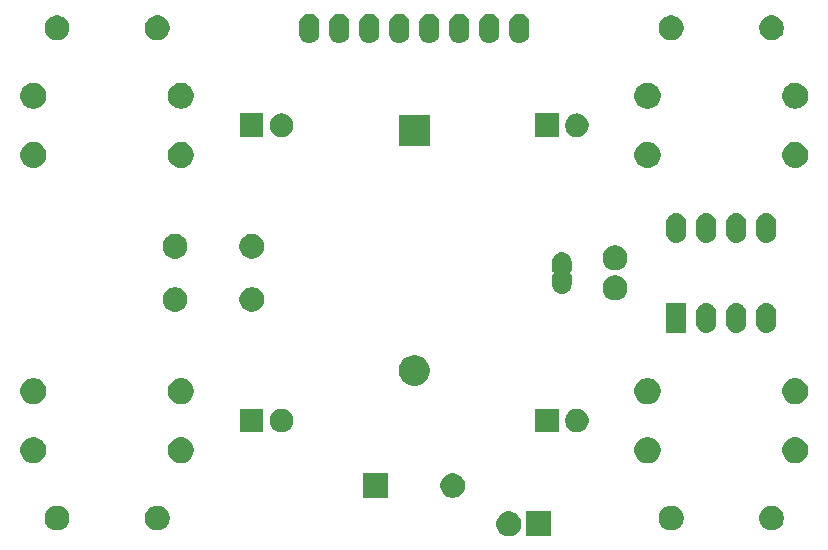
<source format=gbr>
G04 #@! TF.GenerationSoftware,KiCad,Pcbnew,(5.1.6)-1*
G04 #@! TF.CreationDate,2021-06-05T18:08:31+10:00*
G04 #@! TF.ProjectId,Simon,53696d6f-6e2e-46b6-9963-61645f706362,rev?*
G04 #@! TF.SameCoordinates,Original*
G04 #@! TF.FileFunction,Soldermask,Bot*
G04 #@! TF.FilePolarity,Negative*
%FSLAX46Y46*%
G04 Gerber Fmt 4.6, Leading zero omitted, Abs format (unit mm)*
G04 Created by KiCad (PCBNEW (5.1.6)-1) date 2021-06-05 18:08:31*
%MOMM*%
%LPD*%
G01*
G04 APERTURE LIST*
%ADD10C,0.100000*%
G04 APERTURE END LIST*
D10*
G36*
X11551000Y-22301000D02*
G01*
X9449000Y-22301000D01*
X9449000Y-20199000D01*
X11551000Y-20199000D01*
X11551000Y-22301000D01*
G37*
G36*
X8306564Y-20239389D02*
G01*
X8497833Y-20318615D01*
X8497835Y-20318616D01*
X8669973Y-20433635D01*
X8816365Y-20580027D01*
X8860772Y-20646486D01*
X8931385Y-20752167D01*
X9010611Y-20943436D01*
X9051000Y-21146484D01*
X9051000Y-21353516D01*
X9010611Y-21556564D01*
X8931385Y-21747833D01*
X8931384Y-21747835D01*
X8816365Y-21919973D01*
X8669973Y-22066365D01*
X8497835Y-22181384D01*
X8497834Y-22181385D01*
X8497833Y-22181385D01*
X8306564Y-22260611D01*
X8103516Y-22301000D01*
X7896484Y-22301000D01*
X7693436Y-22260611D01*
X7502167Y-22181385D01*
X7502166Y-22181385D01*
X7502165Y-22181384D01*
X7330027Y-22066365D01*
X7183635Y-21919973D01*
X7068616Y-21747835D01*
X7068615Y-21747833D01*
X6989389Y-21556564D01*
X6949000Y-21353516D01*
X6949000Y-21146484D01*
X6989389Y-20943436D01*
X7068615Y-20752167D01*
X7139229Y-20646486D01*
X7183635Y-20580027D01*
X7330027Y-20433635D01*
X7502165Y-20318616D01*
X7502167Y-20318615D01*
X7693436Y-20239389D01*
X7896484Y-20199000D01*
X8103516Y-20199000D01*
X8306564Y-20239389D01*
G37*
G36*
X30556564Y-19739389D02*
G01*
X30747833Y-19818615D01*
X30747835Y-19818616D01*
X30919973Y-19933635D01*
X31066365Y-20080027D01*
X31181385Y-20252167D01*
X31260611Y-20443436D01*
X31301000Y-20646484D01*
X31301000Y-20853516D01*
X31260611Y-21056564D01*
X31223365Y-21146484D01*
X31181384Y-21247835D01*
X31066365Y-21419973D01*
X30919973Y-21566365D01*
X30747835Y-21681384D01*
X30747834Y-21681385D01*
X30747833Y-21681385D01*
X30556564Y-21760611D01*
X30353516Y-21801000D01*
X30146484Y-21801000D01*
X29943436Y-21760611D01*
X29752167Y-21681385D01*
X29752166Y-21681385D01*
X29752165Y-21681384D01*
X29580027Y-21566365D01*
X29433635Y-21419973D01*
X29318616Y-21247835D01*
X29276635Y-21146484D01*
X29239389Y-21056564D01*
X29199000Y-20853516D01*
X29199000Y-20646484D01*
X29239389Y-20443436D01*
X29318615Y-20252167D01*
X29433635Y-20080027D01*
X29580027Y-19933635D01*
X29752165Y-19818616D01*
X29752167Y-19818615D01*
X29943436Y-19739389D01*
X30146484Y-19699000D01*
X30353516Y-19699000D01*
X30556564Y-19739389D01*
G37*
G36*
X22056564Y-19739389D02*
G01*
X22247833Y-19818615D01*
X22247835Y-19818616D01*
X22419973Y-19933635D01*
X22566365Y-20080027D01*
X22681385Y-20252167D01*
X22760611Y-20443436D01*
X22801000Y-20646484D01*
X22801000Y-20853516D01*
X22760611Y-21056564D01*
X22723365Y-21146484D01*
X22681384Y-21247835D01*
X22566365Y-21419973D01*
X22419973Y-21566365D01*
X22247835Y-21681384D01*
X22247834Y-21681385D01*
X22247833Y-21681385D01*
X22056564Y-21760611D01*
X21853516Y-21801000D01*
X21646484Y-21801000D01*
X21443436Y-21760611D01*
X21252167Y-21681385D01*
X21252166Y-21681385D01*
X21252165Y-21681384D01*
X21080027Y-21566365D01*
X20933635Y-21419973D01*
X20818616Y-21247835D01*
X20776635Y-21146484D01*
X20739389Y-21056564D01*
X20699000Y-20853516D01*
X20699000Y-20646484D01*
X20739389Y-20443436D01*
X20818615Y-20252167D01*
X20933635Y-20080027D01*
X21080027Y-19933635D01*
X21252165Y-19818616D01*
X21252167Y-19818615D01*
X21443436Y-19739389D01*
X21646484Y-19699000D01*
X21853516Y-19699000D01*
X22056564Y-19739389D01*
G37*
G36*
X-21443436Y-19739389D02*
G01*
X-21252167Y-19818615D01*
X-21252165Y-19818616D01*
X-21080027Y-19933635D01*
X-20933635Y-20080027D01*
X-20818615Y-20252167D01*
X-20739389Y-20443436D01*
X-20699000Y-20646484D01*
X-20699000Y-20853516D01*
X-20739389Y-21056564D01*
X-20776635Y-21146484D01*
X-20818616Y-21247835D01*
X-20933635Y-21419973D01*
X-21080027Y-21566365D01*
X-21252165Y-21681384D01*
X-21252166Y-21681385D01*
X-21252167Y-21681385D01*
X-21443436Y-21760611D01*
X-21646484Y-21801000D01*
X-21853516Y-21801000D01*
X-22056564Y-21760611D01*
X-22247833Y-21681385D01*
X-22247834Y-21681385D01*
X-22247835Y-21681384D01*
X-22419973Y-21566365D01*
X-22566365Y-21419973D01*
X-22681384Y-21247835D01*
X-22723365Y-21146484D01*
X-22760611Y-21056564D01*
X-22801000Y-20853516D01*
X-22801000Y-20646484D01*
X-22760611Y-20443436D01*
X-22681385Y-20252167D01*
X-22566365Y-20080027D01*
X-22419973Y-19933635D01*
X-22247835Y-19818616D01*
X-22247833Y-19818615D01*
X-22056564Y-19739389D01*
X-21853516Y-19699000D01*
X-21646484Y-19699000D01*
X-21443436Y-19739389D01*
G37*
G36*
X-29943436Y-19739389D02*
G01*
X-29752167Y-19818615D01*
X-29752165Y-19818616D01*
X-29580027Y-19933635D01*
X-29433635Y-20080027D01*
X-29318615Y-20252167D01*
X-29239389Y-20443436D01*
X-29199000Y-20646484D01*
X-29199000Y-20853516D01*
X-29239389Y-21056564D01*
X-29276635Y-21146484D01*
X-29318616Y-21247835D01*
X-29433635Y-21419973D01*
X-29580027Y-21566365D01*
X-29752165Y-21681384D01*
X-29752166Y-21681385D01*
X-29752167Y-21681385D01*
X-29943436Y-21760611D01*
X-30146484Y-21801000D01*
X-30353516Y-21801000D01*
X-30556564Y-21760611D01*
X-30747833Y-21681385D01*
X-30747834Y-21681385D01*
X-30747835Y-21681384D01*
X-30919973Y-21566365D01*
X-31066365Y-21419973D01*
X-31181384Y-21247835D01*
X-31223365Y-21146484D01*
X-31260611Y-21056564D01*
X-31301000Y-20853516D01*
X-31301000Y-20646484D01*
X-31260611Y-20443436D01*
X-31181385Y-20252167D01*
X-31066365Y-20080027D01*
X-30919973Y-19933635D01*
X-30747835Y-19818616D01*
X-30747833Y-19818615D01*
X-30556564Y-19739389D01*
X-30353516Y-19699000D01*
X-30146484Y-19699000D01*
X-29943436Y-19739389D01*
G37*
G36*
X3556564Y-16989389D02*
G01*
X3747833Y-17068615D01*
X3747835Y-17068616D01*
X3919973Y-17183635D01*
X4066365Y-17330027D01*
X4181385Y-17502167D01*
X4260611Y-17693436D01*
X4301000Y-17896484D01*
X4301000Y-18103516D01*
X4260611Y-18306564D01*
X4181385Y-18497833D01*
X4181384Y-18497835D01*
X4066365Y-18669973D01*
X3919973Y-18816365D01*
X3747835Y-18931384D01*
X3747834Y-18931385D01*
X3747833Y-18931385D01*
X3556564Y-19010611D01*
X3353516Y-19051000D01*
X3146484Y-19051000D01*
X2943436Y-19010611D01*
X2752167Y-18931385D01*
X2752166Y-18931385D01*
X2752165Y-18931384D01*
X2580027Y-18816365D01*
X2433635Y-18669973D01*
X2318616Y-18497835D01*
X2318615Y-18497833D01*
X2239389Y-18306564D01*
X2199000Y-18103516D01*
X2199000Y-17896484D01*
X2239389Y-17693436D01*
X2318615Y-17502167D01*
X2433635Y-17330027D01*
X2580027Y-17183635D01*
X2752165Y-17068616D01*
X2752167Y-17068615D01*
X2943436Y-16989389D01*
X3146484Y-16949000D01*
X3353516Y-16949000D01*
X3556564Y-16989389D01*
G37*
G36*
X-2199000Y-19051000D02*
G01*
X-4301000Y-19051000D01*
X-4301000Y-16949000D01*
X-2199000Y-16949000D01*
X-2199000Y-19051000D01*
G37*
G36*
X19964794Y-13920155D02*
G01*
X20071150Y-13941311D01*
X20171334Y-13982809D01*
X20271520Y-14024307D01*
X20451844Y-14144795D01*
X20605205Y-14298156D01*
X20725693Y-14478480D01*
X20808689Y-14678851D01*
X20851000Y-14891560D01*
X20851000Y-15108440D01*
X20808689Y-15321149D01*
X20725693Y-15521520D01*
X20605205Y-15701844D01*
X20451844Y-15855205D01*
X20271520Y-15975693D01*
X20071150Y-16058689D01*
X19964794Y-16079845D01*
X19858440Y-16101000D01*
X19641560Y-16101000D01*
X19535206Y-16079845D01*
X19428850Y-16058689D01*
X19228480Y-15975693D01*
X19048156Y-15855205D01*
X18894795Y-15701844D01*
X18774307Y-15521520D01*
X18691311Y-15321149D01*
X18649000Y-15108440D01*
X18649000Y-14891560D01*
X18691311Y-14678851D01*
X18774307Y-14478480D01*
X18894795Y-14298156D01*
X19048156Y-14144795D01*
X19228480Y-14024307D01*
X19328666Y-13982809D01*
X19428850Y-13941311D01*
X19535206Y-13920155D01*
X19641560Y-13899000D01*
X19858440Y-13899000D01*
X19964794Y-13920155D01*
G37*
G36*
X-19535206Y-13920155D02*
G01*
X-19428850Y-13941311D01*
X-19328666Y-13982809D01*
X-19228480Y-14024307D01*
X-19048156Y-14144795D01*
X-18894795Y-14298156D01*
X-18774307Y-14478480D01*
X-18691311Y-14678851D01*
X-18649000Y-14891560D01*
X-18649000Y-15108440D01*
X-18691311Y-15321149D01*
X-18774307Y-15521520D01*
X-18894795Y-15701844D01*
X-19048156Y-15855205D01*
X-19228480Y-15975693D01*
X-19428850Y-16058689D01*
X-19535206Y-16079845D01*
X-19641560Y-16101000D01*
X-19858440Y-16101000D01*
X-19964794Y-16079845D01*
X-20071150Y-16058689D01*
X-20271520Y-15975693D01*
X-20451844Y-15855205D01*
X-20605205Y-15701844D01*
X-20725693Y-15521520D01*
X-20808689Y-15321149D01*
X-20851000Y-15108440D01*
X-20851000Y-14891560D01*
X-20808689Y-14678851D01*
X-20725693Y-14478480D01*
X-20605205Y-14298156D01*
X-20451844Y-14144795D01*
X-20271520Y-14024307D01*
X-20171334Y-13982809D01*
X-20071150Y-13941311D01*
X-19964794Y-13920155D01*
X-19858440Y-13899000D01*
X-19641560Y-13899000D01*
X-19535206Y-13920155D01*
G37*
G36*
X-32035206Y-13920155D02*
G01*
X-31928850Y-13941311D01*
X-31828666Y-13982809D01*
X-31728480Y-14024307D01*
X-31548156Y-14144795D01*
X-31394795Y-14298156D01*
X-31274307Y-14478480D01*
X-31191311Y-14678851D01*
X-31149000Y-14891560D01*
X-31149000Y-15108440D01*
X-31191311Y-15321149D01*
X-31274307Y-15521520D01*
X-31394795Y-15701844D01*
X-31548156Y-15855205D01*
X-31728480Y-15975693D01*
X-31928850Y-16058689D01*
X-32035206Y-16079845D01*
X-32141560Y-16101000D01*
X-32358440Y-16101000D01*
X-32464794Y-16079845D01*
X-32571150Y-16058689D01*
X-32671334Y-16017191D01*
X-32771520Y-15975693D01*
X-32951844Y-15855205D01*
X-33105205Y-15701844D01*
X-33225693Y-15521520D01*
X-33308689Y-15321149D01*
X-33351000Y-15108440D01*
X-33351000Y-14891560D01*
X-33308689Y-14678851D01*
X-33225693Y-14478480D01*
X-33105205Y-14298156D01*
X-32951844Y-14144795D01*
X-32771520Y-14024307D01*
X-32671334Y-13982809D01*
X-32571150Y-13941311D01*
X-32464794Y-13920155D01*
X-32358440Y-13899000D01*
X-32141560Y-13899000D01*
X-32035206Y-13920155D01*
G37*
G36*
X32464794Y-13920155D02*
G01*
X32571150Y-13941311D01*
X32671334Y-13982809D01*
X32771520Y-14024307D01*
X32951844Y-14144795D01*
X33105205Y-14298156D01*
X33225693Y-14478480D01*
X33308689Y-14678851D01*
X33351000Y-14891560D01*
X33351000Y-15108440D01*
X33308689Y-15321149D01*
X33225693Y-15521520D01*
X33105205Y-15701844D01*
X32951844Y-15855205D01*
X32771520Y-15975693D01*
X32671334Y-16017191D01*
X32571150Y-16058689D01*
X32464794Y-16079845D01*
X32358440Y-16101000D01*
X32141560Y-16101000D01*
X32035206Y-16079845D01*
X31928850Y-16058689D01*
X31728480Y-15975693D01*
X31548156Y-15855205D01*
X31394795Y-15701844D01*
X31274307Y-15521520D01*
X31191311Y-15321149D01*
X31149000Y-15108440D01*
X31149000Y-14891560D01*
X31191311Y-14678851D01*
X31274307Y-14478480D01*
X31394795Y-14298156D01*
X31548156Y-14144795D01*
X31728480Y-14024307D01*
X31828666Y-13982809D01*
X31928850Y-13941311D01*
X32035206Y-13920155D01*
X32141560Y-13899000D01*
X32358440Y-13899000D01*
X32464794Y-13920155D01*
G37*
G36*
X12231000Y-13501000D02*
G01*
X10229000Y-13501000D01*
X10229000Y-11499000D01*
X12231000Y-11499000D01*
X12231000Y-13501000D01*
G37*
G36*
X13965285Y-11518234D02*
G01*
X14061981Y-11537468D01*
X14244151Y-11612926D01*
X14408100Y-11722473D01*
X14547527Y-11861900D01*
X14657074Y-12025849D01*
X14732532Y-12208019D01*
X14771000Y-12401410D01*
X14771000Y-12598590D01*
X14732532Y-12791981D01*
X14657074Y-12974151D01*
X14547527Y-13138100D01*
X14408100Y-13277527D01*
X14244151Y-13387074D01*
X14061981Y-13462532D01*
X13965285Y-13481766D01*
X13868591Y-13501000D01*
X13671409Y-13501000D01*
X13574715Y-13481766D01*
X13478019Y-13462532D01*
X13295849Y-13387074D01*
X13131900Y-13277527D01*
X12992473Y-13138100D01*
X12882926Y-12974151D01*
X12807468Y-12791981D01*
X12769000Y-12598590D01*
X12769000Y-12401410D01*
X12807468Y-12208019D01*
X12882926Y-12025849D01*
X12992473Y-11861900D01*
X13131900Y-11722473D01*
X13295849Y-11612926D01*
X13478019Y-11537468D01*
X13671409Y-11499000D01*
X13868591Y-11499000D01*
X13965285Y-11518234D01*
G37*
G36*
X-10938019Y-11537468D02*
G01*
X-10755849Y-11612926D01*
X-10591900Y-11722473D01*
X-10452473Y-11861900D01*
X-10342926Y-12025849D01*
X-10267468Y-12208019D01*
X-10229000Y-12401410D01*
X-10229000Y-12598590D01*
X-10267468Y-12791981D01*
X-10342926Y-12974151D01*
X-10452473Y-13138100D01*
X-10591900Y-13277527D01*
X-10755849Y-13387074D01*
X-10938019Y-13462532D01*
X-11034715Y-13481766D01*
X-11131409Y-13501000D01*
X-11328591Y-13501000D01*
X-11425285Y-13481766D01*
X-11521981Y-13462532D01*
X-11704151Y-13387074D01*
X-11868100Y-13277527D01*
X-12007527Y-13138100D01*
X-12117074Y-12974151D01*
X-12192532Y-12791981D01*
X-12231000Y-12598590D01*
X-12231000Y-12401410D01*
X-12192532Y-12208019D01*
X-12117074Y-12025849D01*
X-12007527Y-11861900D01*
X-11868100Y-11722473D01*
X-11704151Y-11612926D01*
X-11521981Y-11537468D01*
X-11425285Y-11518234D01*
X-11328591Y-11499000D01*
X-11131409Y-11499000D01*
X-10938019Y-11537468D01*
G37*
G36*
X-12769000Y-13501000D02*
G01*
X-14771000Y-13501000D01*
X-14771000Y-11499000D01*
X-12769000Y-11499000D01*
X-12769000Y-13501000D01*
G37*
G36*
X32464795Y-8920156D02*
G01*
X32571150Y-8941311D01*
X32671334Y-8982809D01*
X32771520Y-9024307D01*
X32951844Y-9144795D01*
X33105205Y-9298156D01*
X33225693Y-9478480D01*
X33308689Y-9678851D01*
X33351000Y-9891560D01*
X33351000Y-10108440D01*
X33308689Y-10321149D01*
X33225693Y-10521520D01*
X33105205Y-10701844D01*
X32951844Y-10855205D01*
X32771520Y-10975693D01*
X32671334Y-11017191D01*
X32571150Y-11058689D01*
X32464795Y-11079844D01*
X32358440Y-11101000D01*
X32141560Y-11101000D01*
X32035205Y-11079844D01*
X31928850Y-11058689D01*
X31728480Y-10975693D01*
X31548156Y-10855205D01*
X31394795Y-10701844D01*
X31274307Y-10521520D01*
X31191311Y-10321149D01*
X31149000Y-10108440D01*
X31149000Y-9891560D01*
X31191311Y-9678851D01*
X31274307Y-9478480D01*
X31394795Y-9298156D01*
X31548156Y-9144795D01*
X31728480Y-9024307D01*
X31828666Y-8982809D01*
X31928850Y-8941311D01*
X32035205Y-8920156D01*
X32141560Y-8899000D01*
X32358440Y-8899000D01*
X32464795Y-8920156D01*
G37*
G36*
X19964795Y-8920156D02*
G01*
X20071150Y-8941311D01*
X20171334Y-8982809D01*
X20271520Y-9024307D01*
X20451844Y-9144795D01*
X20605205Y-9298156D01*
X20725693Y-9478480D01*
X20808689Y-9678851D01*
X20851000Y-9891560D01*
X20851000Y-10108440D01*
X20808689Y-10321149D01*
X20725693Y-10521520D01*
X20605205Y-10701844D01*
X20451844Y-10855205D01*
X20271520Y-10975693D01*
X20171334Y-11017191D01*
X20071150Y-11058689D01*
X19964795Y-11079844D01*
X19858440Y-11101000D01*
X19641560Y-11101000D01*
X19535205Y-11079844D01*
X19428850Y-11058689D01*
X19228480Y-10975693D01*
X19048156Y-10855205D01*
X18894795Y-10701844D01*
X18774307Y-10521520D01*
X18691311Y-10321149D01*
X18649000Y-10108440D01*
X18649000Y-9891560D01*
X18691311Y-9678851D01*
X18774307Y-9478480D01*
X18894795Y-9298156D01*
X19048156Y-9144795D01*
X19228480Y-9024307D01*
X19328666Y-8982809D01*
X19428850Y-8941311D01*
X19535205Y-8920156D01*
X19641560Y-8899000D01*
X19858440Y-8899000D01*
X19964795Y-8920156D01*
G37*
G36*
X-32035205Y-8920156D02*
G01*
X-31928850Y-8941311D01*
X-31828666Y-8982809D01*
X-31728480Y-9024307D01*
X-31548156Y-9144795D01*
X-31394795Y-9298156D01*
X-31274307Y-9478480D01*
X-31191311Y-9678851D01*
X-31149000Y-9891560D01*
X-31149000Y-10108440D01*
X-31191311Y-10321149D01*
X-31274307Y-10521520D01*
X-31394795Y-10701844D01*
X-31548156Y-10855205D01*
X-31728480Y-10975693D01*
X-31928850Y-11058689D01*
X-32035205Y-11079844D01*
X-32141560Y-11101000D01*
X-32358440Y-11101000D01*
X-32464795Y-11079844D01*
X-32571150Y-11058689D01*
X-32671334Y-11017191D01*
X-32771520Y-10975693D01*
X-32951844Y-10855205D01*
X-33105205Y-10701844D01*
X-33225693Y-10521520D01*
X-33308689Y-10321149D01*
X-33351000Y-10108440D01*
X-33351000Y-9891560D01*
X-33308689Y-9678851D01*
X-33225693Y-9478480D01*
X-33105205Y-9298156D01*
X-32951844Y-9144795D01*
X-32771520Y-9024307D01*
X-32671334Y-8982809D01*
X-32571150Y-8941311D01*
X-32464795Y-8920156D01*
X-32358440Y-8899000D01*
X-32141560Y-8899000D01*
X-32035205Y-8920156D01*
G37*
G36*
X-19535205Y-8920156D02*
G01*
X-19428850Y-8941311D01*
X-19328666Y-8982809D01*
X-19228480Y-9024307D01*
X-19048156Y-9144795D01*
X-18894795Y-9298156D01*
X-18774307Y-9478480D01*
X-18691311Y-9678851D01*
X-18649000Y-9891560D01*
X-18649000Y-10108440D01*
X-18691311Y-10321149D01*
X-18774307Y-10521520D01*
X-18894795Y-10701844D01*
X-19048156Y-10855205D01*
X-19228480Y-10975693D01*
X-19428850Y-11058689D01*
X-19535205Y-11079844D01*
X-19641560Y-11101000D01*
X-19858440Y-11101000D01*
X-19964795Y-11079844D01*
X-20071150Y-11058689D01*
X-20171334Y-11017191D01*
X-20271520Y-10975693D01*
X-20451844Y-10855205D01*
X-20605205Y-10701844D01*
X-20725693Y-10521520D01*
X-20808689Y-10321149D01*
X-20851000Y-10108440D01*
X-20851000Y-9891560D01*
X-20808689Y-9678851D01*
X-20725693Y-9478480D01*
X-20605205Y-9298156D01*
X-20451844Y-9144795D01*
X-20271520Y-9024307D01*
X-20171334Y-8982809D01*
X-20071150Y-8941311D01*
X-19964795Y-8920156D01*
X-19858440Y-8899000D01*
X-19641560Y-8899000D01*
X-19535205Y-8920156D01*
G37*
G36*
X379487Y-7003996D02*
G01*
X616253Y-7102068D01*
X616255Y-7102069D01*
X829339Y-7244447D01*
X1010553Y-7425661D01*
X1152932Y-7638747D01*
X1251004Y-7875513D01*
X1301000Y-8126861D01*
X1301000Y-8383139D01*
X1251004Y-8634487D01*
X1152932Y-8871253D01*
X1152931Y-8871255D01*
X1010553Y-9084339D01*
X829339Y-9265553D01*
X616255Y-9407931D01*
X616254Y-9407932D01*
X616253Y-9407932D01*
X379487Y-9506004D01*
X128139Y-9556000D01*
X-128139Y-9556000D01*
X-379487Y-9506004D01*
X-616253Y-9407932D01*
X-616254Y-9407932D01*
X-616255Y-9407931D01*
X-829339Y-9265553D01*
X-1010553Y-9084339D01*
X-1152931Y-8871255D01*
X-1152932Y-8871253D01*
X-1251004Y-8634487D01*
X-1301000Y-8383139D01*
X-1301000Y-8126861D01*
X-1251004Y-7875513D01*
X-1152932Y-7638747D01*
X-1010553Y-7425661D01*
X-829339Y-7244447D01*
X-616255Y-7102069D01*
X-616253Y-7102068D01*
X-379487Y-7003996D01*
X-128139Y-6954000D01*
X128139Y-6954000D01*
X379487Y-7003996D01*
G37*
G36*
X29976822Y-2571313D02*
G01*
X30137241Y-2619976D01*
X30285077Y-2698995D01*
X30344588Y-2747835D01*
X30414659Y-2805341D01*
X30521004Y-2934922D01*
X30521005Y-2934924D01*
X30600024Y-3082758D01*
X30648687Y-3243177D01*
X30661000Y-3368196D01*
X30661000Y-4251803D01*
X30648687Y-4376822D01*
X30600024Y-4537242D01*
X30529114Y-4669906D01*
X30521004Y-4685078D01*
X30414659Y-4814659D01*
X30285078Y-4921004D01*
X30285076Y-4921005D01*
X30137242Y-5000024D01*
X29976823Y-5048687D01*
X29810000Y-5065117D01*
X29643178Y-5048687D01*
X29482759Y-5000024D01*
X29334925Y-4921005D01*
X29334923Y-4921004D01*
X29205342Y-4814659D01*
X29098997Y-4685078D01*
X29090887Y-4669906D01*
X29019977Y-4537242D01*
X28971314Y-4376823D01*
X28959000Y-4251803D01*
X28959000Y-3368197D01*
X28971313Y-3243178D01*
X29019976Y-3082759D01*
X29098995Y-2934923D01*
X29205341Y-2805341D01*
X29275412Y-2747835D01*
X29334922Y-2698996D01*
X29350094Y-2690886D01*
X29482758Y-2619976D01*
X29643177Y-2571313D01*
X29810000Y-2554883D01*
X29976822Y-2571313D01*
G37*
G36*
X27436822Y-2571313D02*
G01*
X27597241Y-2619976D01*
X27745077Y-2698995D01*
X27804588Y-2747835D01*
X27874659Y-2805341D01*
X27981004Y-2934922D01*
X27981005Y-2934924D01*
X28060024Y-3082758D01*
X28108687Y-3243177D01*
X28121000Y-3368196D01*
X28121000Y-4251803D01*
X28108687Y-4376822D01*
X28060024Y-4537242D01*
X27989114Y-4669906D01*
X27981004Y-4685078D01*
X27874659Y-4814659D01*
X27745078Y-4921004D01*
X27745076Y-4921005D01*
X27597242Y-5000024D01*
X27436823Y-5048687D01*
X27270000Y-5065117D01*
X27103178Y-5048687D01*
X26942759Y-5000024D01*
X26794925Y-4921005D01*
X26794923Y-4921004D01*
X26665342Y-4814659D01*
X26558997Y-4685078D01*
X26550887Y-4669906D01*
X26479977Y-4537242D01*
X26431314Y-4376823D01*
X26419000Y-4251803D01*
X26419000Y-3368197D01*
X26431313Y-3243178D01*
X26479976Y-3082759D01*
X26558995Y-2934923D01*
X26665341Y-2805341D01*
X26735412Y-2747835D01*
X26794922Y-2698996D01*
X26810094Y-2690886D01*
X26942758Y-2619976D01*
X27103177Y-2571313D01*
X27270000Y-2554883D01*
X27436822Y-2571313D01*
G37*
G36*
X24896822Y-2571313D02*
G01*
X25057241Y-2619976D01*
X25205077Y-2698995D01*
X25264588Y-2747835D01*
X25334659Y-2805341D01*
X25441004Y-2934922D01*
X25441005Y-2934924D01*
X25520024Y-3082758D01*
X25568687Y-3243177D01*
X25581000Y-3368196D01*
X25581000Y-4251803D01*
X25568687Y-4376822D01*
X25520024Y-4537242D01*
X25449114Y-4669906D01*
X25441004Y-4685078D01*
X25334659Y-4814659D01*
X25205078Y-4921004D01*
X25205076Y-4921005D01*
X25057242Y-5000024D01*
X24896823Y-5048687D01*
X24730000Y-5065117D01*
X24563178Y-5048687D01*
X24402759Y-5000024D01*
X24254925Y-4921005D01*
X24254923Y-4921004D01*
X24125342Y-4814659D01*
X24018997Y-4685078D01*
X24010887Y-4669906D01*
X23939977Y-4537242D01*
X23891314Y-4376823D01*
X23879000Y-4251803D01*
X23879000Y-3368197D01*
X23891313Y-3243178D01*
X23939976Y-3082759D01*
X24018995Y-2934923D01*
X24125341Y-2805341D01*
X24195412Y-2747835D01*
X24254922Y-2698996D01*
X24270094Y-2690886D01*
X24402758Y-2619976D01*
X24563177Y-2571313D01*
X24730000Y-2554883D01*
X24896822Y-2571313D01*
G37*
G36*
X23041000Y-5061000D02*
G01*
X21339000Y-5061000D01*
X21339000Y-2559000D01*
X23041000Y-2559000D01*
X23041000Y-5061000D01*
G37*
G36*
X-19943436Y-1239389D02*
G01*
X-19752167Y-1318615D01*
X-19752165Y-1318616D01*
X-19580027Y-1433635D01*
X-19433635Y-1580027D01*
X-19342970Y-1715716D01*
X-19318615Y-1752167D01*
X-19239389Y-1943436D01*
X-19199000Y-2146484D01*
X-19199000Y-2353516D01*
X-19239389Y-2556564D01*
X-19245499Y-2571314D01*
X-19318616Y-2747835D01*
X-19433635Y-2919973D01*
X-19580027Y-3066365D01*
X-19752165Y-3181384D01*
X-19752166Y-3181385D01*
X-19752167Y-3181385D01*
X-19943436Y-3260611D01*
X-20146484Y-3301000D01*
X-20353516Y-3301000D01*
X-20556564Y-3260611D01*
X-20747833Y-3181385D01*
X-20747834Y-3181385D01*
X-20747835Y-3181384D01*
X-20919973Y-3066365D01*
X-21066365Y-2919973D01*
X-21181384Y-2747835D01*
X-21254501Y-2571314D01*
X-21260611Y-2556564D01*
X-21301000Y-2353516D01*
X-21301000Y-2146484D01*
X-21260611Y-1943436D01*
X-21181385Y-1752167D01*
X-21157029Y-1715716D01*
X-21066365Y-1580027D01*
X-20919973Y-1433635D01*
X-20747835Y-1318616D01*
X-20747833Y-1318615D01*
X-20556564Y-1239389D01*
X-20353516Y-1199000D01*
X-20146484Y-1199000D01*
X-19943436Y-1239389D01*
G37*
G36*
X-13443436Y-1239389D02*
G01*
X-13252167Y-1318615D01*
X-13252165Y-1318616D01*
X-13080027Y-1433635D01*
X-12933635Y-1580027D01*
X-12842970Y-1715716D01*
X-12818615Y-1752167D01*
X-12739389Y-1943436D01*
X-12699000Y-2146484D01*
X-12699000Y-2353516D01*
X-12739389Y-2556564D01*
X-12745499Y-2571314D01*
X-12818616Y-2747835D01*
X-12933635Y-2919973D01*
X-13080027Y-3066365D01*
X-13252165Y-3181384D01*
X-13252166Y-3181385D01*
X-13252167Y-3181385D01*
X-13443436Y-3260611D01*
X-13646484Y-3301000D01*
X-13853516Y-3301000D01*
X-14056564Y-3260611D01*
X-14247833Y-3181385D01*
X-14247834Y-3181385D01*
X-14247835Y-3181384D01*
X-14419973Y-3066365D01*
X-14566365Y-2919973D01*
X-14681384Y-2747835D01*
X-14754501Y-2571314D01*
X-14760611Y-2556564D01*
X-14801000Y-2353516D01*
X-14801000Y-2146484D01*
X-14760611Y-1943436D01*
X-14681385Y-1752167D01*
X-14657029Y-1715716D01*
X-14566365Y-1580027D01*
X-14419973Y-1433635D01*
X-14247835Y-1318616D01*
X-14247833Y-1318615D01*
X-14056564Y-1239389D01*
X-13853516Y-1199000D01*
X-13646484Y-1199000D01*
X-13443436Y-1239389D01*
G37*
G36*
X17306564Y-259389D02*
G01*
X17497833Y-338615D01*
X17497835Y-338616D01*
X17669973Y-453635D01*
X17816365Y-600027D01*
X17931385Y-772167D01*
X18010611Y-963436D01*
X18051000Y-1166484D01*
X18051000Y-1373516D01*
X18010611Y-1576564D01*
X17934659Y-1759928D01*
X17931384Y-1767835D01*
X17816365Y-1939973D01*
X17669973Y-2086365D01*
X17497835Y-2201384D01*
X17497834Y-2201385D01*
X17497833Y-2201385D01*
X17306564Y-2280611D01*
X17103516Y-2321000D01*
X16896484Y-2321000D01*
X16693436Y-2280611D01*
X16502167Y-2201385D01*
X16502166Y-2201385D01*
X16502165Y-2201384D01*
X16330027Y-2086365D01*
X16183635Y-1939973D01*
X16068616Y-1767835D01*
X16065341Y-1759928D01*
X15989389Y-1576564D01*
X15949000Y-1373516D01*
X15949000Y-1166484D01*
X15989389Y-963436D01*
X16068615Y-772167D01*
X16183635Y-600027D01*
X16330027Y-453635D01*
X16502165Y-338616D01*
X16502167Y-338615D01*
X16693436Y-259389D01*
X16896484Y-219000D01*
X17103516Y-219000D01*
X17306564Y-259389D01*
G37*
G36*
X12504790Y1756239D02*
G01*
X12644850Y1743492D01*
X12655694Y1741868D01*
X12665170Y1739577D01*
X12800557Y1699731D01*
X12810320Y1696215D01*
X12819266Y1692080D01*
X12943925Y1626910D01*
X12953311Y1621291D01*
X12961216Y1615548D01*
X13062025Y1534495D01*
X13067140Y1529606D01*
X13072518Y1525282D01*
X13072244Y1524941D01*
X13072436Y1524795D01*
X13072707Y1525129D01*
X13072972Y1524914D01*
X13077044Y1521231D01*
X13077829Y1520441D01*
X13079666Y1519305D01*
X13085590Y1512908D01*
X13176205Y1404915D01*
X13182515Y1396423D01*
X13187653Y1388072D01*
X13255617Y1264446D01*
X13260103Y1254996D01*
X13263531Y1245780D01*
X13306195Y1111285D01*
X13308752Y1101179D01*
X13310324Y1091466D01*
X13326060Y951179D01*
X13326798Y937952D01*
X13326850Y930537D01*
X13326852Y929769D01*
X13326852Y183069D01*
X13326443Y174744D01*
X13325522Y170113D01*
X13325521Y170103D01*
X13323995Y162435D01*
X13323078Y157824D01*
X13317352Y144002D01*
X13309043Y131565D01*
X13307304Y129826D01*
X13307295Y129815D01*
X13300185Y122705D01*
X13300174Y122696D01*
X13298435Y120957D01*
X13285998Y112647D01*
X13268702Y105483D01*
X13247092Y93932D01*
X13228150Y78386D01*
X13212605Y59444D01*
X13201054Y37833D01*
X13193941Y14384D01*
X13191540Y-10002D01*
X13193942Y-34388D01*
X13201056Y-57837D01*
X13212607Y-79447D01*
X13228153Y-98389D01*
X13247095Y-113934D01*
X13268702Y-125483D01*
X13285998Y-132647D01*
X13298435Y-140957D01*
X13300174Y-142696D01*
X13300185Y-142705D01*
X13307295Y-149815D01*
X13307304Y-149826D01*
X13309043Y-151565D01*
X13317352Y-164002D01*
X13323078Y-177824D01*
X13323559Y-180244D01*
X13325521Y-190103D01*
X13325522Y-190113D01*
X13326443Y-194744D01*
X13326852Y-203069D01*
X13326852Y-946946D01*
X13326187Y-960552D01*
X13312437Y-1100778D01*
X13310778Y-1111294D01*
X13308402Y-1120823D01*
X13267636Y-1255850D01*
X13264026Y-1265668D01*
X13259830Y-1274585D01*
X13193602Y-1399141D01*
X13188152Y-1408069D01*
X13182325Y-1415971D01*
X13093063Y-1525418D01*
X13086094Y-1532990D01*
X13078806Y-1539644D01*
X12970113Y-1629563D01*
X12961666Y-1635745D01*
X12953262Y-1640833D01*
X12829222Y-1707902D01*
X12819686Y-1712352D01*
X12810444Y-1715716D01*
X12675715Y-1757421D01*
X12665515Y-1759928D01*
X12655801Y-1761432D01*
X12515847Y-1776142D01*
X12504989Y-1776648D01*
X12495210Y-1776239D01*
X12355150Y-1763492D01*
X12344306Y-1761868D01*
X12334830Y-1759577D01*
X12199443Y-1719731D01*
X12189680Y-1716215D01*
X12180734Y-1712080D01*
X12056075Y-1646910D01*
X12046689Y-1641291D01*
X12038784Y-1635548D01*
X11937975Y-1554495D01*
X11932860Y-1549606D01*
X11927482Y-1545282D01*
X11927756Y-1544941D01*
X11927564Y-1544795D01*
X11927293Y-1545129D01*
X11927028Y-1544914D01*
X11922956Y-1541231D01*
X11922171Y-1540441D01*
X11920334Y-1539305D01*
X11914410Y-1532908D01*
X11823795Y-1424915D01*
X11817485Y-1416423D01*
X11812347Y-1408072D01*
X11744383Y-1284446D01*
X11739897Y-1274996D01*
X11736469Y-1265780D01*
X11693805Y-1131285D01*
X11691248Y-1121179D01*
X11689676Y-1111466D01*
X11673940Y-971179D01*
X11673202Y-957952D01*
X11673150Y-950537D01*
X11673149Y-950175D01*
X11673149Y-950000D01*
X11673148Y-949769D01*
X11673148Y-203069D01*
X11673557Y-194744D01*
X11674478Y-190113D01*
X11674479Y-190103D01*
X11676441Y-180244D01*
X11676922Y-177824D01*
X11682648Y-164002D01*
X11690957Y-151565D01*
X11692696Y-149826D01*
X11692705Y-149815D01*
X11699815Y-142705D01*
X11699826Y-142696D01*
X11701565Y-140957D01*
X11714002Y-132647D01*
X11731298Y-125483D01*
X11752908Y-113932D01*
X11771850Y-98386D01*
X11787395Y-79444D01*
X11798946Y-57833D01*
X11806059Y-34384D01*
X11808460Y-9998D01*
X11806058Y14388D01*
X11798944Y37837D01*
X11787393Y59447D01*
X11771847Y78389D01*
X11752905Y93934D01*
X11731298Y105483D01*
X11714002Y112647D01*
X11701565Y120957D01*
X11699826Y122696D01*
X11699815Y122705D01*
X11692705Y129815D01*
X11692696Y129826D01*
X11690957Y131565D01*
X11682648Y144002D01*
X11676922Y157824D01*
X11676005Y162435D01*
X11674479Y170103D01*
X11674478Y170113D01*
X11673557Y174744D01*
X11673148Y183069D01*
X11673148Y926946D01*
X11673813Y940552D01*
X11687563Y1080778D01*
X11689222Y1091294D01*
X11691598Y1100823D01*
X11732364Y1235850D01*
X11735974Y1245668D01*
X11740170Y1254585D01*
X11806398Y1379141D01*
X11811848Y1388069D01*
X11817675Y1395971D01*
X11906937Y1505418D01*
X11913906Y1512990D01*
X11921194Y1519644D01*
X12029887Y1609563D01*
X12038334Y1615745D01*
X12046738Y1620833D01*
X12170778Y1687902D01*
X12180314Y1692352D01*
X12189556Y1695716D01*
X12324285Y1737421D01*
X12334485Y1739928D01*
X12344199Y1741432D01*
X12484153Y1756142D01*
X12495011Y1756648D01*
X12504790Y1756239D01*
G37*
G36*
X17306564Y2280611D02*
G01*
X17497833Y2201385D01*
X17497835Y2201384D01*
X17669973Y2086365D01*
X17816365Y1939973D01*
X17931385Y1767833D01*
X18010611Y1576564D01*
X18051000Y1373516D01*
X18051000Y1166484D01*
X18010611Y963436D01*
X17995496Y926946D01*
X17931384Y772165D01*
X17816365Y600027D01*
X17669973Y453635D01*
X17497835Y338616D01*
X17497834Y338615D01*
X17497833Y338615D01*
X17306564Y259389D01*
X17103516Y219000D01*
X16896484Y219000D01*
X16693436Y259389D01*
X16502167Y338615D01*
X16502166Y338615D01*
X16502165Y338616D01*
X16330027Y453635D01*
X16183635Y600027D01*
X16068616Y772165D01*
X16004504Y926946D01*
X15989389Y963436D01*
X15949000Y1166484D01*
X15949000Y1373516D01*
X15989389Y1576564D01*
X16068615Y1767833D01*
X16183635Y1939973D01*
X16330027Y2086365D01*
X16502165Y2201384D01*
X16502167Y2201385D01*
X16693436Y2280611D01*
X16896484Y2321000D01*
X17103516Y2321000D01*
X17306564Y2280611D01*
G37*
G36*
X-13443436Y3260611D02*
G01*
X-13252167Y3181385D01*
X-13252165Y3181384D01*
X-13080027Y3066365D01*
X-12933635Y2919973D01*
X-12857040Y2805341D01*
X-12818615Y2747833D01*
X-12739389Y2556564D01*
X-12699000Y2353516D01*
X-12699000Y2146484D01*
X-12739389Y1943436D01*
X-12817106Y1755811D01*
X-12818616Y1752165D01*
X-12933635Y1580027D01*
X-13080027Y1433635D01*
X-13252165Y1318616D01*
X-13252166Y1318615D01*
X-13252167Y1318615D01*
X-13443436Y1239389D01*
X-13646484Y1199000D01*
X-13853516Y1199000D01*
X-14056564Y1239389D01*
X-14247833Y1318615D01*
X-14247834Y1318615D01*
X-14247835Y1318616D01*
X-14419973Y1433635D01*
X-14566365Y1580027D01*
X-14681384Y1752165D01*
X-14682894Y1755811D01*
X-14760611Y1943436D01*
X-14801000Y2146484D01*
X-14801000Y2353516D01*
X-14760611Y2556564D01*
X-14681385Y2747833D01*
X-14642959Y2805341D01*
X-14566365Y2919973D01*
X-14419973Y3066365D01*
X-14247835Y3181384D01*
X-14247833Y3181385D01*
X-14056564Y3260611D01*
X-13853516Y3301000D01*
X-13646484Y3301000D01*
X-13443436Y3260611D01*
G37*
G36*
X-19943436Y3260611D02*
G01*
X-19752167Y3181385D01*
X-19752165Y3181384D01*
X-19580027Y3066365D01*
X-19433635Y2919973D01*
X-19357040Y2805341D01*
X-19318615Y2747833D01*
X-19239389Y2556564D01*
X-19199000Y2353516D01*
X-19199000Y2146484D01*
X-19239389Y1943436D01*
X-19317106Y1755811D01*
X-19318616Y1752165D01*
X-19433635Y1580027D01*
X-19580027Y1433635D01*
X-19752165Y1318616D01*
X-19752166Y1318615D01*
X-19752167Y1318615D01*
X-19943436Y1239389D01*
X-20146484Y1199000D01*
X-20353516Y1199000D01*
X-20556564Y1239389D01*
X-20747833Y1318615D01*
X-20747834Y1318615D01*
X-20747835Y1318616D01*
X-20919973Y1433635D01*
X-21066365Y1580027D01*
X-21181384Y1752165D01*
X-21182894Y1755811D01*
X-21260611Y1943436D01*
X-21301000Y2146484D01*
X-21301000Y2353516D01*
X-21260611Y2556564D01*
X-21181385Y2747833D01*
X-21142959Y2805341D01*
X-21066365Y2919973D01*
X-20919973Y3066365D01*
X-20747835Y3181384D01*
X-20747833Y3181385D01*
X-20556564Y3260611D01*
X-20353516Y3301000D01*
X-20146484Y3301000D01*
X-19943436Y3260611D01*
G37*
G36*
X22356822Y5048687D02*
G01*
X22517241Y5000024D01*
X22665077Y4921005D01*
X22794659Y4814659D01*
X22901004Y4685078D01*
X22901005Y4685076D01*
X22980024Y4537242D01*
X23028687Y4376823D01*
X23041000Y4251804D01*
X23041000Y3368197D01*
X23028687Y3243178D01*
X22980024Y3082758D01*
X22909114Y2950094D01*
X22901004Y2934922D01*
X22794659Y2805341D01*
X22665078Y2698996D01*
X22665076Y2698995D01*
X22517242Y2619976D01*
X22356823Y2571313D01*
X22190000Y2554883D01*
X22023178Y2571313D01*
X21862759Y2619976D01*
X21714925Y2698995D01*
X21714923Y2698996D01*
X21585342Y2805341D01*
X21478997Y2934922D01*
X21470887Y2950094D01*
X21399977Y3082758D01*
X21351314Y3243177D01*
X21339000Y3368197D01*
X21339000Y4251803D01*
X21351313Y4376822D01*
X21399976Y4537241D01*
X21478995Y4685077D01*
X21585341Y4814659D01*
X21714922Y4921004D01*
X21730094Y4929114D01*
X21862758Y5000024D01*
X22023177Y5048687D01*
X22190000Y5065117D01*
X22356822Y5048687D01*
G37*
G36*
X27436822Y5048687D02*
G01*
X27597241Y5000024D01*
X27745077Y4921005D01*
X27874659Y4814659D01*
X27981004Y4685078D01*
X27981005Y4685076D01*
X28060024Y4537242D01*
X28108687Y4376823D01*
X28121000Y4251804D01*
X28121000Y3368197D01*
X28108687Y3243178D01*
X28060024Y3082758D01*
X27989114Y2950094D01*
X27981004Y2934922D01*
X27874659Y2805341D01*
X27745078Y2698996D01*
X27745076Y2698995D01*
X27597242Y2619976D01*
X27436823Y2571313D01*
X27270000Y2554883D01*
X27103178Y2571313D01*
X26942759Y2619976D01*
X26794925Y2698995D01*
X26794923Y2698996D01*
X26665342Y2805341D01*
X26558997Y2934922D01*
X26550887Y2950094D01*
X26479977Y3082758D01*
X26431314Y3243177D01*
X26419000Y3368197D01*
X26419000Y4251803D01*
X26431313Y4376822D01*
X26479976Y4537241D01*
X26558995Y4685077D01*
X26665341Y4814659D01*
X26794922Y4921004D01*
X26810094Y4929114D01*
X26942758Y5000024D01*
X27103177Y5048687D01*
X27270000Y5065117D01*
X27436822Y5048687D01*
G37*
G36*
X29976822Y5048687D02*
G01*
X30137241Y5000024D01*
X30285077Y4921005D01*
X30414659Y4814659D01*
X30521004Y4685078D01*
X30521005Y4685076D01*
X30600024Y4537242D01*
X30648687Y4376823D01*
X30661000Y4251804D01*
X30661000Y3368197D01*
X30648687Y3243178D01*
X30600024Y3082758D01*
X30529114Y2950094D01*
X30521004Y2934922D01*
X30414659Y2805341D01*
X30285078Y2698996D01*
X30285076Y2698995D01*
X30137242Y2619976D01*
X29976823Y2571313D01*
X29810000Y2554883D01*
X29643178Y2571313D01*
X29482759Y2619976D01*
X29334925Y2698995D01*
X29334923Y2698996D01*
X29205342Y2805341D01*
X29098997Y2934922D01*
X29090887Y2950094D01*
X29019977Y3082758D01*
X28971314Y3243177D01*
X28959000Y3368197D01*
X28959000Y4251803D01*
X28971313Y4376822D01*
X29019976Y4537241D01*
X29098995Y4685077D01*
X29205341Y4814659D01*
X29334922Y4921004D01*
X29350094Y4929114D01*
X29482758Y5000024D01*
X29643177Y5048687D01*
X29810000Y5065117D01*
X29976822Y5048687D01*
G37*
G36*
X24896822Y5048687D02*
G01*
X25057241Y5000024D01*
X25205077Y4921005D01*
X25334659Y4814659D01*
X25441004Y4685078D01*
X25441005Y4685076D01*
X25520024Y4537242D01*
X25568687Y4376823D01*
X25581000Y4251804D01*
X25581000Y3368197D01*
X25568687Y3243178D01*
X25520024Y3082758D01*
X25449114Y2950094D01*
X25441004Y2934922D01*
X25334659Y2805341D01*
X25205078Y2698996D01*
X25205076Y2698995D01*
X25057242Y2619976D01*
X24896823Y2571313D01*
X24730000Y2554883D01*
X24563178Y2571313D01*
X24402759Y2619976D01*
X24254925Y2698995D01*
X24254923Y2698996D01*
X24125342Y2805341D01*
X24018997Y2934922D01*
X24010887Y2950094D01*
X23939977Y3082758D01*
X23891314Y3243177D01*
X23879000Y3368197D01*
X23879000Y4251803D01*
X23891313Y4376822D01*
X23939976Y4537241D01*
X24018995Y4685077D01*
X24125341Y4814659D01*
X24254922Y4921004D01*
X24270094Y4929114D01*
X24402758Y5000024D01*
X24563177Y5048687D01*
X24730000Y5065117D01*
X24896822Y5048687D01*
G37*
G36*
X-32035205Y11079844D02*
G01*
X-31928850Y11058689D01*
X-31728480Y10975693D01*
X-31548156Y10855205D01*
X-31394795Y10701844D01*
X-31274307Y10521520D01*
X-31191311Y10321149D01*
X-31149000Y10108440D01*
X-31149000Y9891560D01*
X-31191311Y9678851D01*
X-31274307Y9478480D01*
X-31394795Y9298156D01*
X-31548156Y9144795D01*
X-31728480Y9024307D01*
X-31828666Y8982809D01*
X-31928850Y8941311D01*
X-32035205Y8920156D01*
X-32141560Y8899000D01*
X-32358440Y8899000D01*
X-32464795Y8920156D01*
X-32571150Y8941311D01*
X-32671334Y8982809D01*
X-32771520Y9024307D01*
X-32951844Y9144795D01*
X-33105205Y9298156D01*
X-33225693Y9478480D01*
X-33308689Y9678851D01*
X-33351000Y9891560D01*
X-33351000Y10108440D01*
X-33308689Y10321149D01*
X-33225693Y10521520D01*
X-33105205Y10701844D01*
X-32951844Y10855205D01*
X-32771520Y10975693D01*
X-32671334Y11017191D01*
X-32571150Y11058689D01*
X-32464795Y11079844D01*
X-32358440Y11101000D01*
X-32141560Y11101000D01*
X-32035205Y11079844D01*
G37*
G36*
X-19535205Y11079844D02*
G01*
X-19428850Y11058689D01*
X-19228480Y10975693D01*
X-19048156Y10855205D01*
X-18894795Y10701844D01*
X-18774307Y10521520D01*
X-18691311Y10321149D01*
X-18649000Y10108440D01*
X-18649000Y9891560D01*
X-18691311Y9678851D01*
X-18774307Y9478480D01*
X-18894795Y9298156D01*
X-19048156Y9144795D01*
X-19228480Y9024307D01*
X-19328666Y8982809D01*
X-19428850Y8941311D01*
X-19535205Y8920156D01*
X-19641560Y8899000D01*
X-19858440Y8899000D01*
X-19964795Y8920156D01*
X-20071150Y8941311D01*
X-20171334Y8982809D01*
X-20271520Y9024307D01*
X-20451844Y9144795D01*
X-20605205Y9298156D01*
X-20725693Y9478480D01*
X-20808689Y9678851D01*
X-20851000Y9891560D01*
X-20851000Y10108440D01*
X-20808689Y10321149D01*
X-20725693Y10521520D01*
X-20605205Y10701844D01*
X-20451844Y10855205D01*
X-20271520Y10975693D01*
X-20171334Y11017191D01*
X-20071150Y11058689D01*
X-19964795Y11079844D01*
X-19858440Y11101000D01*
X-19641560Y11101000D01*
X-19535205Y11079844D01*
G37*
G36*
X19964795Y11079844D02*
G01*
X20071150Y11058689D01*
X20171334Y11017191D01*
X20271520Y10975693D01*
X20451844Y10855205D01*
X20605205Y10701844D01*
X20725693Y10521520D01*
X20808689Y10321149D01*
X20851000Y10108440D01*
X20851000Y9891560D01*
X20808689Y9678851D01*
X20725693Y9478480D01*
X20605205Y9298156D01*
X20451844Y9144795D01*
X20271520Y9024307D01*
X20171334Y8982809D01*
X20071150Y8941311D01*
X19964795Y8920156D01*
X19858440Y8899000D01*
X19641560Y8899000D01*
X19535205Y8920156D01*
X19428850Y8941311D01*
X19328666Y8982809D01*
X19228480Y9024307D01*
X19048156Y9144795D01*
X18894795Y9298156D01*
X18774307Y9478480D01*
X18691311Y9678851D01*
X18649000Y9891560D01*
X18649000Y10108440D01*
X18691311Y10321149D01*
X18774307Y10521520D01*
X18894795Y10701844D01*
X19048156Y10855205D01*
X19228480Y10975693D01*
X19428850Y11058689D01*
X19535205Y11079844D01*
X19641560Y11101000D01*
X19858440Y11101000D01*
X19964795Y11079844D01*
G37*
G36*
X32464795Y11079844D02*
G01*
X32571150Y11058689D01*
X32671334Y11017191D01*
X32771520Y10975693D01*
X32951844Y10855205D01*
X33105205Y10701844D01*
X33225693Y10521520D01*
X33308689Y10321149D01*
X33351000Y10108440D01*
X33351000Y9891560D01*
X33308689Y9678851D01*
X33225693Y9478480D01*
X33105205Y9298156D01*
X32951844Y9144795D01*
X32771520Y9024307D01*
X32671334Y8982809D01*
X32571150Y8941311D01*
X32464795Y8920156D01*
X32358440Y8899000D01*
X32141560Y8899000D01*
X32035205Y8920156D01*
X31928850Y8941311D01*
X31828666Y8982809D01*
X31728480Y9024307D01*
X31548156Y9144795D01*
X31394795Y9298156D01*
X31274307Y9478480D01*
X31191311Y9678851D01*
X31149000Y9891560D01*
X31149000Y10108440D01*
X31191311Y10321149D01*
X31274307Y10521520D01*
X31394795Y10701844D01*
X31548156Y10855205D01*
X31728480Y10975693D01*
X31928850Y11058689D01*
X32035205Y11079844D01*
X32141560Y11101000D01*
X32358440Y11101000D01*
X32464795Y11079844D01*
G37*
G36*
X1301000Y10764000D02*
G01*
X-1301000Y10764000D01*
X-1301000Y13366000D01*
X1301000Y13366000D01*
X1301000Y10764000D01*
G37*
G36*
X12231000Y11499000D02*
G01*
X10229000Y11499000D01*
X10229000Y13501000D01*
X12231000Y13501000D01*
X12231000Y11499000D01*
G37*
G36*
X-12769000Y11499000D02*
G01*
X-14771000Y11499000D01*
X-14771000Y13501000D01*
X-12769000Y13501000D01*
X-12769000Y11499000D01*
G37*
G36*
X-11034715Y13481766D02*
G01*
X-10938019Y13462532D01*
X-10755849Y13387074D01*
X-10591900Y13277527D01*
X-10452473Y13138100D01*
X-10342926Y12974151D01*
X-10267468Y12791981D01*
X-10229000Y12598590D01*
X-10229000Y12401410D01*
X-10267468Y12208019D01*
X-10342926Y12025849D01*
X-10452473Y11861900D01*
X-10591900Y11722473D01*
X-10755849Y11612926D01*
X-10938019Y11537468D01*
X-11131409Y11499000D01*
X-11328591Y11499000D01*
X-11425285Y11518234D01*
X-11521981Y11537468D01*
X-11704151Y11612926D01*
X-11868100Y11722473D01*
X-12007527Y11861900D01*
X-12117074Y12025849D01*
X-12192532Y12208019D01*
X-12231000Y12401410D01*
X-12231000Y12598590D01*
X-12192532Y12791981D01*
X-12117074Y12974151D01*
X-12007527Y13138100D01*
X-11868100Y13277527D01*
X-11704151Y13387074D01*
X-11521981Y13462532D01*
X-11425285Y13481766D01*
X-11328591Y13501000D01*
X-11131409Y13501000D01*
X-11034715Y13481766D01*
G37*
G36*
X13965285Y13481766D02*
G01*
X14061981Y13462532D01*
X14244151Y13387074D01*
X14408100Y13277527D01*
X14547527Y13138100D01*
X14657074Y12974151D01*
X14732532Y12791981D01*
X14771000Y12598590D01*
X14771000Y12401410D01*
X14732532Y12208019D01*
X14657074Y12025849D01*
X14547527Y11861900D01*
X14408100Y11722473D01*
X14244151Y11612926D01*
X14061981Y11537468D01*
X13965285Y11518234D01*
X13868591Y11499000D01*
X13671409Y11499000D01*
X13478019Y11537468D01*
X13295849Y11612926D01*
X13131900Y11722473D01*
X12992473Y11861900D01*
X12882926Y12025849D01*
X12807468Y12208019D01*
X12769000Y12401410D01*
X12769000Y12598590D01*
X12807468Y12791981D01*
X12882926Y12974151D01*
X12992473Y13138100D01*
X13131900Y13277527D01*
X13295849Y13387074D01*
X13478019Y13462532D01*
X13574715Y13481766D01*
X13671409Y13501000D01*
X13868591Y13501000D01*
X13965285Y13481766D01*
G37*
G36*
X32464794Y16079845D02*
G01*
X32571150Y16058689D01*
X32671334Y16017191D01*
X32771520Y15975693D01*
X32951844Y15855205D01*
X33105205Y15701844D01*
X33225693Y15521520D01*
X33308689Y15321149D01*
X33351000Y15108440D01*
X33351000Y14891560D01*
X33308689Y14678851D01*
X33225693Y14478480D01*
X33105205Y14298156D01*
X32951844Y14144795D01*
X32771520Y14024307D01*
X32671334Y13982809D01*
X32571150Y13941311D01*
X32464794Y13920155D01*
X32358440Y13899000D01*
X32141560Y13899000D01*
X32035206Y13920155D01*
X31928850Y13941311D01*
X31828666Y13982809D01*
X31728480Y14024307D01*
X31548156Y14144795D01*
X31394795Y14298156D01*
X31274307Y14478480D01*
X31191311Y14678851D01*
X31149000Y14891560D01*
X31149000Y15108440D01*
X31191311Y15321149D01*
X31274307Y15521520D01*
X31394795Y15701844D01*
X31548156Y15855205D01*
X31728480Y15975693D01*
X31928850Y16058689D01*
X32035206Y16079845D01*
X32141560Y16101000D01*
X32358440Y16101000D01*
X32464794Y16079845D01*
G37*
G36*
X-32035206Y16079845D02*
G01*
X-31928850Y16058689D01*
X-31728480Y15975693D01*
X-31548156Y15855205D01*
X-31394795Y15701844D01*
X-31274307Y15521520D01*
X-31191311Y15321149D01*
X-31149000Y15108440D01*
X-31149000Y14891560D01*
X-31191311Y14678851D01*
X-31274307Y14478480D01*
X-31394795Y14298156D01*
X-31548156Y14144795D01*
X-31728480Y14024307D01*
X-31828666Y13982809D01*
X-31928850Y13941311D01*
X-32035206Y13920155D01*
X-32141560Y13899000D01*
X-32358440Y13899000D01*
X-32464794Y13920155D01*
X-32571150Y13941311D01*
X-32671334Y13982809D01*
X-32771520Y14024307D01*
X-32951844Y14144795D01*
X-33105205Y14298156D01*
X-33225693Y14478480D01*
X-33308689Y14678851D01*
X-33351000Y14891560D01*
X-33351000Y15108440D01*
X-33308689Y15321149D01*
X-33225693Y15521520D01*
X-33105205Y15701844D01*
X-32951844Y15855205D01*
X-32771520Y15975693D01*
X-32671334Y16017191D01*
X-32571150Y16058689D01*
X-32464794Y16079845D01*
X-32358440Y16101000D01*
X-32141560Y16101000D01*
X-32035206Y16079845D01*
G37*
G36*
X-19535206Y16079845D02*
G01*
X-19428850Y16058689D01*
X-19228480Y15975693D01*
X-19048156Y15855205D01*
X-18894795Y15701844D01*
X-18774307Y15521520D01*
X-18691311Y15321149D01*
X-18649000Y15108440D01*
X-18649000Y14891560D01*
X-18691311Y14678851D01*
X-18774307Y14478480D01*
X-18894795Y14298156D01*
X-19048156Y14144795D01*
X-19228480Y14024307D01*
X-19328666Y13982809D01*
X-19428850Y13941311D01*
X-19535206Y13920155D01*
X-19641560Y13899000D01*
X-19858440Y13899000D01*
X-19964794Y13920155D01*
X-20071150Y13941311D01*
X-20171334Y13982809D01*
X-20271520Y14024307D01*
X-20451844Y14144795D01*
X-20605205Y14298156D01*
X-20725693Y14478480D01*
X-20808689Y14678851D01*
X-20851000Y14891560D01*
X-20851000Y15108440D01*
X-20808689Y15321149D01*
X-20725693Y15521520D01*
X-20605205Y15701844D01*
X-20451844Y15855205D01*
X-20271520Y15975693D01*
X-20071150Y16058689D01*
X-19964794Y16079845D01*
X-19858440Y16101000D01*
X-19641560Y16101000D01*
X-19535206Y16079845D01*
G37*
G36*
X19964794Y16079845D02*
G01*
X20071150Y16058689D01*
X20271520Y15975693D01*
X20451844Y15855205D01*
X20605205Y15701844D01*
X20725693Y15521520D01*
X20808689Y15321149D01*
X20851000Y15108440D01*
X20851000Y14891560D01*
X20808689Y14678851D01*
X20725693Y14478480D01*
X20605205Y14298156D01*
X20451844Y14144795D01*
X20271520Y14024307D01*
X20171334Y13982809D01*
X20071150Y13941311D01*
X19964794Y13920155D01*
X19858440Y13899000D01*
X19641560Y13899000D01*
X19535206Y13920155D01*
X19428850Y13941311D01*
X19328666Y13982809D01*
X19228480Y14024307D01*
X19048156Y14144795D01*
X18894795Y14298156D01*
X18774307Y14478480D01*
X18691311Y14678851D01*
X18649000Y14891560D01*
X18649000Y15108440D01*
X18691311Y15321149D01*
X18774307Y15521520D01*
X18894795Y15701844D01*
X19048156Y15855205D01*
X19228480Y15975693D01*
X19428850Y16058689D01*
X19535206Y16079845D01*
X19641560Y16101000D01*
X19858440Y16101000D01*
X19964794Y16079845D01*
G37*
G36*
X-8723177Y21939687D02*
G01*
X-8562758Y21891024D01*
X-8430094Y21820114D01*
X-8414922Y21812004D01*
X-8285341Y21705659D01*
X-8178996Y21576078D01*
X-8178995Y21576076D01*
X-8099976Y21428242D01*
X-8051313Y21267822D01*
X-8039000Y21142803D01*
X-8039000Y20259196D01*
X-8051313Y20134177D01*
X-8099976Y19973758D01*
X-8170886Y19841094D01*
X-8178996Y19825922D01*
X-8250012Y19739389D01*
X-8285341Y19696341D01*
X-8414923Y19589995D01*
X-8562759Y19510976D01*
X-8723178Y19462313D01*
X-8890000Y19445883D01*
X-9056823Y19462313D01*
X-9217242Y19510976D01*
X-9365076Y19589995D01*
X-9365078Y19589996D01*
X-9494659Y19696341D01*
X-9529988Y19739389D01*
X-9601005Y19825923D01*
X-9680024Y19973759D01*
X-9728687Y20134178D01*
X-9741000Y20259197D01*
X-9741000Y21142803D01*
X-9728686Y21267823D01*
X-9680023Y21428242D01*
X-9601004Y21576076D01*
X-9601003Y21576078D01*
X-9494658Y21705659D01*
X-9365077Y21812004D01*
X-9349905Y21820114D01*
X-9217241Y21891024D01*
X-9056822Y21939687D01*
X-8890000Y21956117D01*
X-8723177Y21939687D01*
G37*
G36*
X-6183177Y21939687D02*
G01*
X-6022758Y21891024D01*
X-5890094Y21820114D01*
X-5874922Y21812004D01*
X-5745341Y21705659D01*
X-5638996Y21576078D01*
X-5638995Y21576076D01*
X-5559976Y21428242D01*
X-5511313Y21267822D01*
X-5499000Y21142803D01*
X-5499000Y20259196D01*
X-5511313Y20134177D01*
X-5559976Y19973758D01*
X-5630886Y19841094D01*
X-5638996Y19825922D01*
X-5710012Y19739389D01*
X-5745341Y19696341D01*
X-5874923Y19589995D01*
X-6022759Y19510976D01*
X-6183178Y19462313D01*
X-6350000Y19445883D01*
X-6516823Y19462313D01*
X-6677242Y19510976D01*
X-6825076Y19589995D01*
X-6825078Y19589996D01*
X-6954659Y19696341D01*
X-6989988Y19739389D01*
X-7061005Y19825923D01*
X-7140024Y19973759D01*
X-7188687Y20134178D01*
X-7201000Y20259197D01*
X-7201000Y21142803D01*
X-7188686Y21267823D01*
X-7140023Y21428242D01*
X-7061004Y21576076D01*
X-7061003Y21576078D01*
X-6954658Y21705659D01*
X-6825077Y21812004D01*
X-6809905Y21820114D01*
X-6677241Y21891024D01*
X-6516822Y21939687D01*
X-6350000Y21956117D01*
X-6183177Y21939687D01*
G37*
G36*
X-3643177Y21939687D02*
G01*
X-3482758Y21891024D01*
X-3350094Y21820114D01*
X-3334922Y21812004D01*
X-3205341Y21705659D01*
X-3098996Y21576078D01*
X-3098995Y21576076D01*
X-3019976Y21428242D01*
X-2971313Y21267822D01*
X-2959000Y21142803D01*
X-2959000Y20259196D01*
X-2971313Y20134177D01*
X-3019976Y19973758D01*
X-3090886Y19841094D01*
X-3098996Y19825922D01*
X-3170012Y19739389D01*
X-3205341Y19696341D01*
X-3334923Y19589995D01*
X-3482759Y19510976D01*
X-3643178Y19462313D01*
X-3810000Y19445883D01*
X-3976823Y19462313D01*
X-4137242Y19510976D01*
X-4285076Y19589995D01*
X-4285078Y19589996D01*
X-4414659Y19696341D01*
X-4449988Y19739389D01*
X-4521005Y19825923D01*
X-4600024Y19973759D01*
X-4648687Y20134178D01*
X-4661000Y20259197D01*
X-4661000Y21142803D01*
X-4648686Y21267823D01*
X-4600023Y21428242D01*
X-4521004Y21576076D01*
X-4521003Y21576078D01*
X-4414658Y21705659D01*
X-4285077Y21812004D01*
X-4269905Y21820114D01*
X-4137241Y21891024D01*
X-3976822Y21939687D01*
X-3810000Y21956117D01*
X-3643177Y21939687D01*
G37*
G36*
X-1103177Y21939687D02*
G01*
X-942758Y21891024D01*
X-810094Y21820114D01*
X-794922Y21812004D01*
X-665341Y21705659D01*
X-558996Y21576078D01*
X-558995Y21576076D01*
X-479976Y21428242D01*
X-431313Y21267822D01*
X-419000Y21142803D01*
X-419000Y20259196D01*
X-431313Y20134177D01*
X-479976Y19973758D01*
X-550886Y19841094D01*
X-558996Y19825922D01*
X-630012Y19739389D01*
X-665341Y19696341D01*
X-794923Y19589995D01*
X-942759Y19510976D01*
X-1103178Y19462313D01*
X-1270000Y19445883D01*
X-1436823Y19462313D01*
X-1597242Y19510976D01*
X-1745076Y19589995D01*
X-1745078Y19589996D01*
X-1874659Y19696341D01*
X-1909988Y19739389D01*
X-1981005Y19825923D01*
X-2060024Y19973759D01*
X-2108687Y20134178D01*
X-2121000Y20259197D01*
X-2121000Y21142803D01*
X-2108686Y21267823D01*
X-2060023Y21428242D01*
X-1981004Y21576076D01*
X-1981003Y21576078D01*
X-1874658Y21705659D01*
X-1745077Y21812004D01*
X-1729905Y21820114D01*
X-1597241Y21891024D01*
X-1436822Y21939687D01*
X-1270000Y21956117D01*
X-1103177Y21939687D01*
G37*
G36*
X1436823Y21939687D02*
G01*
X1597242Y21891024D01*
X1729906Y21820114D01*
X1745078Y21812004D01*
X1874659Y21705659D01*
X1981004Y21576078D01*
X1981005Y21576076D01*
X2060024Y21428242D01*
X2108687Y21267822D01*
X2121000Y21142803D01*
X2121000Y20259196D01*
X2108687Y20134177D01*
X2060024Y19973758D01*
X1989114Y19841094D01*
X1981004Y19825922D01*
X1909988Y19739389D01*
X1874659Y19696341D01*
X1745077Y19589995D01*
X1597241Y19510976D01*
X1436822Y19462313D01*
X1270000Y19445883D01*
X1103177Y19462313D01*
X942758Y19510976D01*
X794924Y19589995D01*
X794922Y19589996D01*
X665341Y19696341D01*
X630012Y19739389D01*
X558995Y19825923D01*
X479976Y19973759D01*
X431313Y20134178D01*
X419000Y20259197D01*
X419000Y21142803D01*
X431314Y21267823D01*
X479977Y21428242D01*
X558996Y21576076D01*
X558997Y21576078D01*
X665342Y21705659D01*
X794923Y21812004D01*
X810095Y21820114D01*
X942759Y21891024D01*
X1103178Y21939687D01*
X1270000Y21956117D01*
X1436823Y21939687D01*
G37*
G36*
X3976823Y21939687D02*
G01*
X4137242Y21891024D01*
X4269906Y21820114D01*
X4285078Y21812004D01*
X4414659Y21705659D01*
X4521004Y21576078D01*
X4521005Y21576076D01*
X4600024Y21428242D01*
X4648687Y21267822D01*
X4661000Y21142803D01*
X4661000Y20259196D01*
X4648687Y20134177D01*
X4600024Y19973758D01*
X4529114Y19841094D01*
X4521004Y19825922D01*
X4449988Y19739389D01*
X4414659Y19696341D01*
X4285077Y19589995D01*
X4137241Y19510976D01*
X3976822Y19462313D01*
X3810000Y19445883D01*
X3643177Y19462313D01*
X3482758Y19510976D01*
X3334924Y19589995D01*
X3334922Y19589996D01*
X3205341Y19696341D01*
X3170012Y19739389D01*
X3098995Y19825923D01*
X3019976Y19973759D01*
X2971313Y20134178D01*
X2959000Y20259197D01*
X2959000Y21142803D01*
X2971314Y21267823D01*
X3019977Y21428242D01*
X3098996Y21576076D01*
X3098997Y21576078D01*
X3205342Y21705659D01*
X3334923Y21812004D01*
X3350095Y21820114D01*
X3482759Y21891024D01*
X3643178Y21939687D01*
X3810000Y21956117D01*
X3976823Y21939687D01*
G37*
G36*
X6516823Y21939687D02*
G01*
X6677242Y21891024D01*
X6809906Y21820114D01*
X6825078Y21812004D01*
X6954659Y21705659D01*
X7061004Y21576078D01*
X7061005Y21576076D01*
X7140024Y21428242D01*
X7188687Y21267822D01*
X7201000Y21142803D01*
X7201000Y20259196D01*
X7188687Y20134177D01*
X7140024Y19973758D01*
X7069114Y19841094D01*
X7061004Y19825922D01*
X6989988Y19739389D01*
X6954659Y19696341D01*
X6825077Y19589995D01*
X6677241Y19510976D01*
X6516822Y19462313D01*
X6350000Y19445883D01*
X6183177Y19462313D01*
X6022758Y19510976D01*
X5874924Y19589995D01*
X5874922Y19589996D01*
X5745341Y19696341D01*
X5710012Y19739389D01*
X5638995Y19825923D01*
X5559976Y19973759D01*
X5511313Y20134178D01*
X5499000Y20259197D01*
X5499000Y21142803D01*
X5511314Y21267823D01*
X5559977Y21428242D01*
X5638996Y21576076D01*
X5638997Y21576078D01*
X5745342Y21705659D01*
X5874923Y21812004D01*
X5890095Y21820114D01*
X6022759Y21891024D01*
X6183178Y21939687D01*
X6350000Y21956117D01*
X6516823Y21939687D01*
G37*
G36*
X9056823Y21939687D02*
G01*
X9217242Y21891024D01*
X9349906Y21820114D01*
X9365078Y21812004D01*
X9494659Y21705659D01*
X9601004Y21576078D01*
X9601005Y21576076D01*
X9680024Y21428242D01*
X9728687Y21267822D01*
X9741000Y21142803D01*
X9741000Y20259196D01*
X9728687Y20134177D01*
X9680024Y19973758D01*
X9609114Y19841094D01*
X9601004Y19825922D01*
X9529988Y19739389D01*
X9494659Y19696341D01*
X9365077Y19589995D01*
X9217241Y19510976D01*
X9056822Y19462313D01*
X8890000Y19445883D01*
X8723177Y19462313D01*
X8562758Y19510976D01*
X8414924Y19589995D01*
X8414922Y19589996D01*
X8285341Y19696341D01*
X8250012Y19739389D01*
X8178995Y19825923D01*
X8099976Y19973759D01*
X8051313Y20134178D01*
X8039000Y20259197D01*
X8039000Y21142803D01*
X8051314Y21267823D01*
X8099977Y21428242D01*
X8178996Y21576076D01*
X8178997Y21576078D01*
X8285342Y21705659D01*
X8414923Y21812004D01*
X8430095Y21820114D01*
X8562759Y21891024D01*
X8723178Y21939687D01*
X8890000Y21956117D01*
X9056823Y21939687D01*
G37*
G36*
X30556564Y21760611D02*
G01*
X30689230Y21705659D01*
X30747835Y21681384D01*
X30905436Y21576078D01*
X30919973Y21566365D01*
X31066365Y21419973D01*
X31181385Y21247833D01*
X31260611Y21056564D01*
X31301000Y20853516D01*
X31301000Y20646484D01*
X31260611Y20443436D01*
X31184298Y20259200D01*
X31181384Y20252165D01*
X31066365Y20080027D01*
X30919973Y19933635D01*
X30747835Y19818616D01*
X30747834Y19818615D01*
X30747833Y19818615D01*
X30556564Y19739389D01*
X30353516Y19699000D01*
X30146484Y19699000D01*
X29943436Y19739389D01*
X29752167Y19818615D01*
X29752166Y19818615D01*
X29752165Y19818616D01*
X29580027Y19933635D01*
X29433635Y20080027D01*
X29318616Y20252165D01*
X29315702Y20259200D01*
X29239389Y20443436D01*
X29199000Y20646484D01*
X29199000Y20853516D01*
X29239389Y21056564D01*
X29318615Y21247833D01*
X29433635Y21419973D01*
X29580027Y21566365D01*
X29594564Y21576078D01*
X29752165Y21681384D01*
X29810770Y21705659D01*
X29943436Y21760611D01*
X30146484Y21801000D01*
X30353516Y21801000D01*
X30556564Y21760611D01*
G37*
G36*
X22056564Y21760611D02*
G01*
X22189230Y21705659D01*
X22247835Y21681384D01*
X22405436Y21576078D01*
X22419973Y21566365D01*
X22566365Y21419973D01*
X22681385Y21247833D01*
X22760611Y21056564D01*
X22801000Y20853516D01*
X22801000Y20646484D01*
X22760611Y20443436D01*
X22684298Y20259200D01*
X22681384Y20252165D01*
X22566365Y20080027D01*
X22419973Y19933635D01*
X22247835Y19818616D01*
X22247834Y19818615D01*
X22247833Y19818615D01*
X22056564Y19739389D01*
X21853516Y19699000D01*
X21646484Y19699000D01*
X21443436Y19739389D01*
X21252167Y19818615D01*
X21252166Y19818615D01*
X21252165Y19818616D01*
X21080027Y19933635D01*
X20933635Y20080027D01*
X20818616Y20252165D01*
X20815702Y20259200D01*
X20739389Y20443436D01*
X20699000Y20646484D01*
X20699000Y20853516D01*
X20739389Y21056564D01*
X20818615Y21247833D01*
X20933635Y21419973D01*
X21080027Y21566365D01*
X21094564Y21576078D01*
X21252165Y21681384D01*
X21310770Y21705659D01*
X21443436Y21760611D01*
X21646484Y21801000D01*
X21853516Y21801000D01*
X22056564Y21760611D01*
G37*
G36*
X-21443436Y21760611D02*
G01*
X-21310770Y21705659D01*
X-21252165Y21681384D01*
X-21094564Y21576078D01*
X-21080027Y21566365D01*
X-20933635Y21419973D01*
X-20818615Y21247833D01*
X-20739389Y21056564D01*
X-20699000Y20853516D01*
X-20699000Y20646484D01*
X-20739389Y20443436D01*
X-20815702Y20259200D01*
X-20818616Y20252165D01*
X-20933635Y20080027D01*
X-21080027Y19933635D01*
X-21252165Y19818616D01*
X-21252166Y19818615D01*
X-21252167Y19818615D01*
X-21443436Y19739389D01*
X-21646484Y19699000D01*
X-21853516Y19699000D01*
X-22056564Y19739389D01*
X-22247833Y19818615D01*
X-22247834Y19818615D01*
X-22247835Y19818616D01*
X-22419973Y19933635D01*
X-22566365Y20080027D01*
X-22681384Y20252165D01*
X-22684298Y20259200D01*
X-22760611Y20443436D01*
X-22801000Y20646484D01*
X-22801000Y20853516D01*
X-22760611Y21056564D01*
X-22681385Y21247833D01*
X-22566365Y21419973D01*
X-22419973Y21566365D01*
X-22405436Y21576078D01*
X-22247835Y21681384D01*
X-22189230Y21705659D01*
X-22056564Y21760611D01*
X-21853516Y21801000D01*
X-21646484Y21801000D01*
X-21443436Y21760611D01*
G37*
G36*
X-29943436Y21760611D02*
G01*
X-29810770Y21705659D01*
X-29752165Y21681384D01*
X-29594564Y21576078D01*
X-29580027Y21566365D01*
X-29433635Y21419973D01*
X-29318615Y21247833D01*
X-29239389Y21056564D01*
X-29199000Y20853516D01*
X-29199000Y20646484D01*
X-29239389Y20443436D01*
X-29315702Y20259200D01*
X-29318616Y20252165D01*
X-29433635Y20080027D01*
X-29580027Y19933635D01*
X-29752165Y19818616D01*
X-29752166Y19818615D01*
X-29752167Y19818615D01*
X-29943436Y19739389D01*
X-30146484Y19699000D01*
X-30353516Y19699000D01*
X-30556564Y19739389D01*
X-30747833Y19818615D01*
X-30747834Y19818615D01*
X-30747835Y19818616D01*
X-30919973Y19933635D01*
X-31066365Y20080027D01*
X-31181384Y20252165D01*
X-31184298Y20259200D01*
X-31260611Y20443436D01*
X-31301000Y20646484D01*
X-31301000Y20853516D01*
X-31260611Y21056564D01*
X-31181385Y21247833D01*
X-31066365Y21419973D01*
X-30919973Y21566365D01*
X-30905436Y21576078D01*
X-30747835Y21681384D01*
X-30689230Y21705659D01*
X-30556564Y21760611D01*
X-30353516Y21801000D01*
X-30146484Y21801000D01*
X-29943436Y21760611D01*
G37*
M02*

</source>
